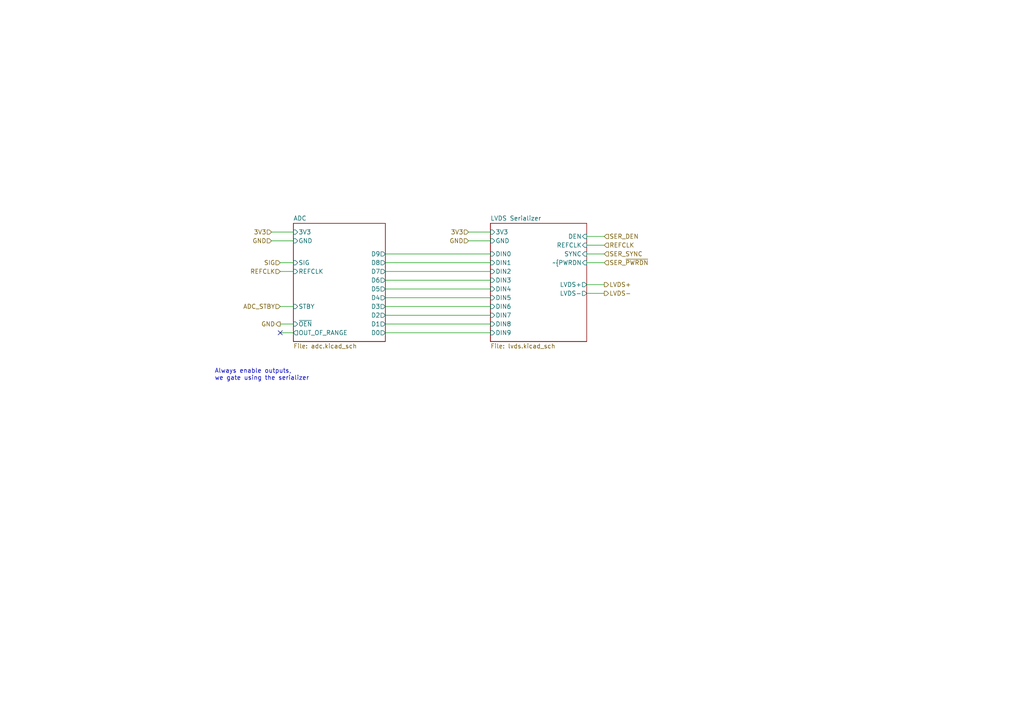
<source format=kicad_sch>
(kicad_sch (version 20211123) (generator eeschema)
  (paper "A4")
  (lib_symbols)
  (no_connect (at 81.28 96.52))
  (wire (pts (xy 81.28 88.9) (xy 85.09 88.9)))
  (wire (pts (xy 111.76 91.44) (xy 142.24 91.44)))
  (wire (pts (xy 170.18 82.55) (xy 175.26 82.55)))
  (wire (pts (xy 111.76 76.2) (xy 142.24 76.2)))
  (wire (pts (xy 81.28 76.2) (xy 85.09 76.2)))
  (wire (pts (xy 78.74 69.85) (xy 85.09 69.85)))
  (wire (pts (xy 170.18 76.2) (xy 175.26 76.2)))
  (wire (pts (xy 111.76 96.52) (xy 142.24 96.52)))
  (wire (pts (xy 135.89 69.85) (xy 142.24 69.85)))
  (wire (pts (xy 81.28 96.52) (xy 85.09 96.52)))
  (wire (pts (xy 170.18 85.09) (xy 175.26 85.09)))
  (wire (pts (xy 81.28 93.98) (xy 85.09 93.98)))
  (wire (pts (xy 135.89 67.31) (xy 142.24 67.31)))
  (wire (pts (xy 111.76 86.36) (xy 142.24 86.36)))
  (wire (pts (xy 111.76 78.74) (xy 142.24 78.74)))
  (wire (pts (xy 170.18 68.58) (xy 175.26 68.58)))
  (wire (pts (xy 78.74 67.31) (xy 85.09 67.31)))
  (wire (pts (xy 111.76 88.9) (xy 142.24 88.9)))
  (wire (pts (xy 170.18 71.12) (xy 175.26 71.12)))
  (wire (pts (xy 170.18 73.66) (xy 175.26 73.66)))
  (wire (pts (xy 111.76 83.82) (xy 142.24 83.82)))
  (wire (pts (xy 111.76 73.66) (xy 142.24 73.66)))
  (wire (pts (xy 111.76 81.28) (xy 142.24 81.28)))
  (wire (pts (xy 111.76 93.98) (xy 142.24 93.98)))
  (wire (pts (xy 81.28 78.74) (xy 85.09 78.74)))
  (text "Always enable outputs,\nwe gate using the serializer" (at 62.23 110.49 0) (effects (font (size 1.27 1.27)) (justify left bottom)))
  (hierarchical_label "LVDS+" (shape output) (at 175.26 82.55 0))
  (hierarchical_label "REFCLK" (shape input) (at 175.26 71.12 0))
  (hierarchical_label "ADC_STBY" (shape input) (at 81.28 88.9 180))
  (hierarchical_label "LVDS-" (shape output) (at 175.26 85.09 0))
  (hierarchical_label "SER_~{PWRDN}" (shape input) (at 175.26 76.2 0))
  (hierarchical_label "GND" (shape output) (at 81.28 93.98 180))
  (hierarchical_label "SIG" (shape input) (at 81.28 76.2 180))
  (hierarchical_label "REFCLK" (shape input) (at 81.28 78.74 180))
  (hierarchical_label "SER_DEN" (shape input) (at 175.26 68.58 0))
  (hierarchical_label "SER_SYNC" (shape input) (at 175.26 73.66 0))
  (hierarchical_label "3V3" (shape input) (at 135.89 67.31 180))
  (hierarchical_label "3V3" (shape input) (at 78.74 67.31 180))
  (hierarchical_label "GND" (shape input) (at 135.89 69.85 180))
  (hierarchical_label "GND" (shape input) (at 78.74 69.85 180))
  (sheet (at 85.09 64.77) (size 26.67 34.29) (stroke (width 0.1524))
    (property "Sheet name" "ADC" (at 85.09 64.0584 0) (effects (justify left bottom)))
    (property "Sheet file" "adc.kicad_sch" (at 85.09 99.6446 0) (effects (justify left top)))
    (pin "GND" input (at 85.09 69.85 180))
    (pin "D5" output (at 111.76 83.82 0))
    (pin "D3" output (at 111.76 88.9 0))
    (pin "D1" output (at 111.76 93.98 0))
    (pin "D2" output (at 111.76 91.44 0))
    (pin "D0" output (at 111.76 96.52 0))
    (pin "D4" output (at 111.76 86.36 0))
    (pin "D9" output (at 111.76 73.66 0))
    (pin "OUT_OF_RANGE" output (at 85.09 96.52 180))
    (pin "~{OEN}" input (at 85.09 93.98 180))
    (pin "D6" output (at 111.76 81.28 0))
    (pin "D8" output (at 111.76 76.2 0))
    (pin "D7" output (at 111.76 78.74 0))
    (pin "STBY" input (at 85.09 88.9 180))
    (pin "REFCLK" input (at 85.09 78.74 180))
    (pin "SIG" input (at 85.09 76.2 180))
    (pin "3V3" input (at 85.09 67.31 180))
  )
  (sheet (at 142.24 64.77) (size 27.94 34.29) (stroke (width 0.1524))
    (property "Sheet name" "LVDS Serializer" (at 142.24 64.0584 0) (effects (justify left bottom)))
    (property "Sheet file" "lvds.kicad_sch" (at 142.24 99.6446 0) (effects (justify left top)))
    (pin "3V3" input (at 142.24 67.31 180))
    (pin "GND" input (at 142.24 69.85 180))
    (pin "REFCLK" input (at 170.18 71.12 0))
    (pin "LVDS-" output (at 170.18 85.09 0))
    (pin "LVDS+" output (at 170.18 82.55 0))
    (pin "SYNC" input (at 170.18 73.66 0))
    (pin "~{PWRDN" input (at 170.18 76.2 0))
    (pin "DIN8" input (at 142.24 93.98 180))
    (pin "DIN9" input (at 142.24 96.52 180))
    (pin "DEN" input (at 170.18 68.58 0))
    (pin "DIN0" input (at 142.24 73.66 180))
    (pin "DIN1" input (at 142.24 76.2 180))
    (pin "DIN2" input (at 142.24 78.74 180))
    (pin "DIN3" input (at 142.24 81.28 180))
    (pin "DIN4" input (at 142.24 83.82 180))
    (pin "DIN5" input (at 142.24 86.36 180))
    (pin "DIN6" input (at 142.24 88.9 180))
    (pin "DIN7" input (at 142.24 91.44 180))
  )
)
</source>
